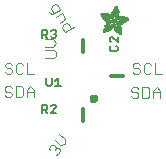
<source format=gbr>
G04 EAGLE Gerber RS-274X export*
G75*
%MOMM*%
%FSLAX34Y34*%
%LPD*%
%INSilkscreen Top*%
%IPPOS*%
%AMOC8*
5,1,8,0,0,1.08239X$1,22.5*%
G01*
%ADD10C,0.101600*%
%ADD11C,0.304800*%
%ADD12C,0.152400*%
%ADD13R,0.034300X0.003800*%
%ADD14R,0.057200X0.003800*%
%ADD15R,0.076200X0.003800*%
%ADD16R,0.091400X0.003800*%
%ADD17R,0.102900X0.003800*%
%ADD18R,0.114300X0.003900*%
%ADD19R,0.129500X0.003800*%
%ADD20R,0.137200X0.003800*%
%ADD21R,0.144800X0.003800*%
%ADD22R,0.152400X0.003800*%
%ADD23R,0.160000X0.003800*%
%ADD24R,0.171500X0.003800*%
%ADD25R,0.175300X0.003800*%
%ADD26R,0.182900X0.003800*%
%ADD27R,0.190500X0.003800*%
%ADD28R,0.194300X0.003900*%
%ADD29R,0.201900X0.003800*%
%ADD30R,0.209500X0.003800*%
%ADD31R,0.213400X0.003800*%
%ADD32R,0.221000X0.003800*%
%ADD33R,0.224800X0.003800*%
%ADD34R,0.232400X0.003800*%
%ADD35R,0.240000X0.003800*%
%ADD36R,0.243800X0.003800*%
%ADD37R,0.247600X0.003800*%
%ADD38R,0.255300X0.003900*%
%ADD39R,0.259100X0.003800*%
%ADD40R,0.262900X0.003800*%
%ADD41R,0.270500X0.003800*%
%ADD42R,0.274300X0.003800*%
%ADD43R,0.281900X0.003800*%
%ADD44R,0.285700X0.003800*%
%ADD45R,0.289500X0.003800*%
%ADD46R,0.297200X0.003800*%
%ADD47R,0.301000X0.003800*%
%ADD48R,0.304800X0.003900*%
%ADD49R,0.312400X0.003800*%
%ADD50R,0.316200X0.003800*%
%ADD51R,0.320000X0.003800*%
%ADD52R,0.327600X0.003800*%
%ADD53R,0.331500X0.003800*%
%ADD54R,0.339100X0.003800*%
%ADD55R,0.342900X0.003800*%
%ADD56R,0.346700X0.003800*%
%ADD57R,0.354300X0.003800*%
%ADD58R,0.358100X0.003900*%
%ADD59R,0.361900X0.003800*%
%ADD60R,0.369600X0.003800*%
%ADD61R,0.373400X0.003800*%
%ADD62R,0.377200X0.003800*%
%ADD63R,0.384800X0.003800*%
%ADD64R,0.388600X0.003800*%
%ADD65R,0.396200X0.003800*%
%ADD66R,0.400000X0.003800*%
%ADD67R,0.403800X0.003800*%
%ADD68R,0.411500X0.003900*%
%ADD69R,0.415300X0.003800*%
%ADD70R,0.419100X0.003800*%
%ADD71R,0.045700X0.003800*%
%ADD72R,0.426700X0.003800*%
%ADD73R,0.072400X0.003800*%
%ADD74R,0.430500X0.003800*%
%ADD75R,0.095300X0.003800*%
%ADD76R,0.438100X0.003800*%
%ADD77R,0.110500X0.003800*%
%ADD78R,0.441900X0.003800*%
%ADD79R,0.445800X0.003800*%
%ADD80R,0.144700X0.003800*%
%ADD81R,0.453400X0.003800*%
%ADD82R,0.457200X0.003800*%
%ADD83R,0.175300X0.003900*%
%ADD84R,0.461000X0.003900*%
%ADD85R,0.468600X0.003800*%
%ADD86R,0.205800X0.003800*%
%ADD87R,0.472400X0.003800*%
%ADD88R,0.217200X0.003800*%
%ADD89R,0.476200X0.003800*%
%ADD90R,0.483900X0.003800*%
%ADD91R,0.247700X0.003800*%
%ADD92R,0.487700X0.003800*%
%ADD93R,0.495300X0.003800*%
%ADD94R,0.499100X0.003800*%
%ADD95R,0.502900X0.003800*%
%ADD96R,0.510500X0.003800*%
%ADD97R,0.308600X0.003900*%
%ADD98R,0.514300X0.003900*%
%ADD99R,0.323800X0.003800*%
%ADD100R,0.518100X0.003800*%
%ADD101R,0.335300X0.003800*%
%ADD102R,0.525800X0.003800*%
%ADD103R,0.529600X0.003800*%
%ADD104R,0.358100X0.003800*%
%ADD105R,0.533400X0.003800*%
%ADD106R,0.537200X0.003800*%
%ADD107R,0.381000X0.003800*%
%ADD108R,0.544800X0.003800*%
%ADD109R,0.392400X0.003800*%
%ADD110R,0.548600X0.003800*%
%ADD111R,0.552400X0.003800*%
%ADD112R,0.556200X0.003800*%
%ADD113R,0.422900X0.003900*%
%ADD114R,0.560100X0.003900*%
%ADD115R,0.434300X0.003800*%
%ADD116R,0.563900X0.003800*%
%ADD117R,0.567700X0.003800*%
%ADD118R,0.461000X0.003800*%
%ADD119R,0.571500X0.003800*%
%ADD120R,0.575300X0.003800*%
%ADD121R,0.480100X0.003800*%
%ADD122R,0.579100X0.003800*%
%ADD123R,0.491500X0.003800*%
%ADD124R,0.582900X0.003800*%
%ADD125R,0.586700X0.003800*%
%ADD126R,0.510600X0.003800*%
%ADD127R,0.590500X0.003800*%
%ADD128R,0.522000X0.003800*%
%ADD129R,0.594300X0.003800*%
%ADD130R,0.533400X0.003900*%
%ADD131R,0.598200X0.003900*%
%ADD132R,0.541000X0.003800*%
%ADD133R,0.602000X0.003800*%
%ADD134R,0.552500X0.003800*%
%ADD135R,0.605800X0.003800*%
%ADD136R,0.560100X0.003800*%
%ADD137R,0.609600X0.003800*%
%ADD138R,0.613400X0.003800*%
%ADD139R,0.583000X0.003800*%
%ADD140R,0.617200X0.003800*%
%ADD141R,0.594400X0.003800*%
%ADD142R,0.621000X0.003800*%
%ADD143R,0.598200X0.003800*%
%ADD144R,0.624800X0.003800*%
%ADD145R,0.613500X0.003900*%
%ADD146R,0.628600X0.003900*%
%ADD147R,0.632400X0.003800*%
%ADD148R,0.628600X0.003800*%
%ADD149R,0.636300X0.003800*%
%ADD150R,0.640100X0.003800*%
%ADD151R,0.636200X0.003800*%
%ADD152R,0.643900X0.003800*%
%ADD153R,0.647700X0.003800*%
%ADD154R,0.651500X0.003800*%
%ADD155R,0.659100X0.003800*%
%ADD156R,0.659100X0.003900*%
%ADD157R,0.655300X0.003900*%
%ADD158R,0.662900X0.003800*%
%ADD159R,0.655300X0.003800*%
%ADD160R,0.670500X0.003800*%
%ADD161R,0.670600X0.003800*%
%ADD162R,0.674400X0.003800*%
%ADD163R,0.682000X0.003800*%
%ADD164R,0.666700X0.003800*%
%ADD165R,0.685800X0.003800*%
%ADD166R,0.689600X0.003800*%
%ADD167R,0.693400X0.003900*%
%ADD168R,0.674400X0.003900*%
%ADD169R,0.697200X0.003800*%
%ADD170R,0.678200X0.003800*%
%ADD171R,0.697300X0.003800*%
%ADD172R,0.701100X0.003800*%
%ADD173R,0.704900X0.003800*%
%ADD174R,0.708700X0.003800*%
%ADD175R,0.712500X0.003800*%
%ADD176R,0.716300X0.003800*%
%ADD177R,0.720100X0.003900*%
%ADD178R,0.689600X0.003900*%
%ADD179R,0.720000X0.003800*%
%ADD180R,0.693400X0.003800*%
%ADD181R,0.723900X0.003800*%
%ADD182R,0.727700X0.003800*%
%ADD183R,0.731500X0.003800*%
%ADD184R,0.701000X0.003800*%
%ADD185R,0.735300X0.003800*%
%ADD186R,0.731500X0.003900*%
%ADD187R,0.701000X0.003900*%
%ADD188R,0.704800X0.003800*%
%ADD189R,0.739100X0.003800*%
%ADD190R,0.743000X0.003800*%
%ADD191R,0.739200X0.003800*%
%ADD192R,0.743000X0.003900*%
%ADD193R,0.704800X0.003900*%
%ADD194R,0.746800X0.003800*%
%ADD195R,0.746800X0.003900*%
%ADD196R,0.742900X0.003800*%
%ADD197R,0.746700X0.003800*%
%ADD198R,0.746700X0.003900*%
%ADD199R,1.428800X0.003800*%
%ADD200R,1.424900X0.003800*%
%ADD201R,1.421100X0.003900*%
%ADD202R,1.421100X0.003800*%
%ADD203R,1.417300X0.003800*%
%ADD204R,1.413500X0.003800*%
%ADD205R,1.409700X0.003800*%
%ADD206R,1.405900X0.003800*%
%ADD207R,1.402100X0.003800*%
%ADD208R,1.398300X0.003800*%
%ADD209R,0.983000X0.003900*%
%ADD210R,0.384800X0.003900*%
%ADD211R,0.971600X0.003800*%
%ADD212R,0.963900X0.003800*%
%ADD213R,0.956300X0.003800*%
%ADD214R,0.365800X0.003800*%
%ADD215R,0.952500X0.003800*%
%ADD216R,0.941000X0.003800*%
%ADD217R,0.358200X0.003800*%
%ADD218R,0.937200X0.003800*%
%ADD219R,0.933400X0.003800*%
%ADD220R,0.354400X0.003800*%
%ADD221R,0.925800X0.003800*%
%ADD222R,0.350500X0.003800*%
%ADD223R,0.922000X0.003800*%
%ADD224R,0.918200X0.003900*%
%ADD225R,0.346700X0.003900*%
%ADD226R,0.910600X0.003800*%
%ADD227R,0.906800X0.003800*%
%ADD228R,0.903000X0.003800*%
%ADD229R,0.339000X0.003800*%
%ADD230R,0.895300X0.003800*%
%ADD231R,0.335200X0.003800*%
%ADD232R,0.887700X0.003800*%
%ADD233R,0.883900X0.003800*%
%ADD234R,0.331400X0.003800*%
%ADD235R,0.880100X0.003800*%
%ADD236R,0.876300X0.003800*%
%ADD237R,0.468600X0.003900*%
%ADD238R,0.396200X0.003900*%
%ADD239R,0.323800X0.003900*%
%ADD240R,0.449600X0.003800*%
%ADD241R,0.323900X0.003800*%
%ADD242R,0.442000X0.003800*%
%ADD243R,0.434400X0.003800*%
%ADD244R,0.320100X0.003800*%
%ADD245R,0.316300X0.003800*%
%ADD246R,0.426800X0.003800*%
%ADD247R,0.327700X0.003800*%
%ADD248R,0.312500X0.003800*%
%ADD249R,0.422900X0.003800*%
%ADD250R,0.308600X0.003800*%
%ADD251R,0.293400X0.003800*%
%ADD252R,0.304800X0.003800*%
%ADD253R,0.419100X0.003900*%
%ADD254R,0.285700X0.003900*%
%ADD255R,0.301000X0.003900*%
%ADD256R,0.411500X0.003800*%
%ADD257R,0.407700X0.003800*%
%ADD258R,0.289600X0.003800*%
%ADD259R,0.285800X0.003800*%
%ADD260R,0.403900X0.003800*%
%ADD261R,0.228600X0.003800*%
%ADD262R,0.403900X0.003900*%
%ADD263R,0.221000X0.003900*%
%ADD264R,0.278100X0.003900*%
%ADD265R,0.400100X0.003800*%
%ADD266R,0.209600X0.003800*%
%ADD267R,0.266700X0.003800*%
%ADD268R,0.038100X0.003800*%
%ADD269R,0.194300X0.003800*%
%ADD270R,0.148600X0.003800*%
%ADD271R,0.259000X0.003800*%
%ADD272R,0.182800X0.003800*%
%ADD273R,0.186700X0.003800*%
%ADD274R,0.251400X0.003800*%
%ADD275R,0.179100X0.003800*%
%ADD276R,0.236200X0.003800*%
%ADD277R,0.243900X0.003900*%
%ADD278R,0.282000X0.003900*%
%ADD279R,0.167700X0.003800*%
%ADD280R,0.236300X0.003800*%
%ADD281R,0.396300X0.003800*%
%ADD282R,0.163900X0.003800*%
%ADD283R,0.392500X0.003800*%
%ADD284R,0.160100X0.003800*%
%ADD285R,0.586800X0.003800*%
%ADD286R,0.148500X0.003800*%
%ADD287R,0.140900X0.003800*%
%ADD288R,0.392400X0.003900*%
%ADD289R,0.140900X0.003900*%
%ADD290R,0.647700X0.003900*%
%ADD291R,0.133300X0.003800*%
%ADD292R,0.674300X0.003800*%
%ADD293R,0.388700X0.003800*%
%ADD294R,0.125700X0.003800*%
%ADD295R,0.121900X0.003800*%
%ADD296R,0.720100X0.003800*%
%ADD297R,0.118100X0.003800*%
%ADD298R,0.118100X0.003900*%
%ADD299R,0.739100X0.003900*%
%ADD300R,0.114300X0.003800*%
%ADD301R,0.754400X0.003800*%
%ADD302R,0.765800X0.003800*%
%ADD303R,0.773400X0.003800*%
%ADD304R,0.784800X0.003800*%
%ADD305R,0.118200X0.003800*%
%ADD306R,0.792500X0.003800*%
%ADD307R,0.803900X0.003800*%
%ADD308R,0.122000X0.003800*%
%ADD309R,0.815400X0.003800*%
%ADD310R,0.125800X0.003800*%
%ADD311R,0.826800X0.003800*%
%ADD312R,0.369500X0.003900*%
%ADD313R,0.133400X0.003900*%
%ADD314R,0.842000X0.003900*%
%ADD315R,0.365700X0.003800*%
%ADD316R,1.009700X0.003800*%
%ADD317R,1.013500X0.003800*%
%ADD318R,0.362000X0.003800*%
%ADD319R,1.024900X0.003800*%
%ADD320R,1.028700X0.003800*%
%ADD321R,1.036300X0.003800*%
%ADD322R,1.047800X0.003800*%
%ADD323R,1.055400X0.003800*%
%ADD324R,1.070600X0.003800*%
%ADD325R,0.030500X0.003800*%
%ADD326R,1.436400X0.003800*%
%ADD327R,1.562100X0.003900*%
%ADD328R,1.588700X0.003800*%
%ADD329R,1.607800X0.003800*%
%ADD330R,1.626900X0.003800*%
%ADD331R,1.642100X0.003800*%
%ADD332R,1.657400X0.003800*%
%ADD333R,1.676400X0.003800*%
%ADD334R,1.687800X0.003800*%
%ADD335R,1.703000X0.003800*%
%ADD336R,1.714500X0.003800*%
%ADD337R,1.726000X0.003900*%
%ADD338R,1.741200X0.003800*%
%ADD339R,0.914400X0.003800*%
%ADD340R,0.769600X0.003800*%
%ADD341R,0.884000X0.003800*%
%ADD342R,0.712400X0.003800*%
%ADD343R,0.880100X0.003900*%
%ADD344R,0.887800X0.003800*%
%ADD345R,0.891600X0.003800*%
%ADD346R,0.895400X0.003800*%
%ADD347R,0.251500X0.003800*%
%ADD348R,0.579200X0.003900*%
%ADD349R,0.243900X0.003800*%
%ADD350R,0.556300X0.003800*%
%ADD351R,0.255200X0.003800*%
%ADD352R,0.529500X0.003800*%
%ADD353R,0.731600X0.003800*%
%ADD354R,0.525800X0.003900*%
%ADD355R,0.281900X0.003900*%
%ADD356R,0.735400X0.003900*%
%ADD357R,0.300900X0.003800*%
%ADD358R,0.762000X0.003800*%
%ADD359R,0.518200X0.003800*%
%ADD360R,0.350600X0.003800*%
%ADD361R,0.796300X0.003800*%
%ADD362R,0.807800X0.003800*%
%ADD363R,0.506700X0.003800*%
%ADD364R,0.849600X0.003800*%
%ADD365R,0.506700X0.003900*%
%ADD366R,1.371600X0.003900*%
%ADD367R,1.207800X0.003800*%
%ADD368R,0.503000X0.003800*%
%ADD369R,0.141000X0.003800*%
%ADD370R,1.203900X0.003800*%
%ADD371R,1.204000X0.003800*%
%ADD372R,1.200200X0.003800*%
%ADD373R,0.499100X0.003900*%
%ADD374R,0.156200X0.003900*%
%ADD375R,1.196400X0.003900*%
%ADD376R,1.196400X0.003800*%
%ADD377R,0.163800X0.003800*%
%ADD378R,0.167600X0.003800*%
%ADD379R,1.192500X0.003800*%
%ADD380R,0.499200X0.003800*%
%ADD381R,1.188700X0.003800*%
%ADD382R,0.506800X0.003800*%
%ADD383R,1.184900X0.003800*%
%ADD384R,0.510600X0.003900*%
%ADD385R,0.209600X0.003900*%
%ADD386R,1.181100X0.003900*%
%ADD387R,0.514400X0.003800*%
%ADD388R,1.181100X0.003800*%
%ADD389R,1.177300X0.003800*%
%ADD390R,0.240100X0.003800*%
%ADD391R,1.173500X0.003800*%
%ADD392R,1.169700X0.003800*%
%ADD393R,1.165900X0.003800*%
%ADD394R,1.162100X0.003800*%
%ADD395R,0.929700X0.003900*%
%ADD396R,1.162100X0.003900*%
%ADD397R,0.929700X0.003800*%
%ADD398R,1.154500X0.003800*%
%ADD399R,0.933500X0.003800*%
%ADD400R,1.150600X0.003800*%
%ADD401R,0.937300X0.003800*%
%ADD402R,1.146800X0.003800*%
%ADD403R,0.941100X0.003800*%
%ADD404R,1.139200X0.003800*%
%ADD405R,0.944900X0.003800*%
%ADD406R,1.135400X0.003800*%
%ADD407R,0.948700X0.003800*%
%ADD408R,1.127800X0.003800*%
%ADD409R,1.124000X0.003800*%
%ADD410R,1.116400X0.003800*%
%ADD411R,0.956300X0.003900*%
%ADD412R,1.104900X0.003900*%
%ADD413R,0.960100X0.003800*%
%ADD414R,1.093500X0.003800*%
%ADD415R,1.085900X0.003800*%
%ADD416R,0.967800X0.003800*%
%ADD417R,1.074500X0.003800*%
%ADD418R,1.063000X0.003800*%
%ADD419R,0.975400X0.003800*%
%ADD420R,1.036400X0.003800*%
%ADD421R,0.979200X0.003800*%
%ADD422R,1.021000X0.003800*%
%ADD423R,0.983000X0.003800*%
%ADD424R,1.009600X0.003800*%
%ADD425R,0.986800X0.003800*%
%ADD426R,0.998200X0.003800*%
%ADD427R,0.990600X0.003900*%
%ADD428R,0.986700X0.003900*%
%ADD429R,0.994400X0.003800*%
%ADD430R,0.975300X0.003800*%
%ADD431R,0.948600X0.003800*%
%ADD432R,1.002000X0.003800*%
%ADD433R,0.213300X0.003800*%
%ADD434R,0.217100X0.003800*%
%ADD435R,1.017300X0.003800*%
%ADD436R,0.666800X0.003800*%
%ADD437R,0.220900X0.003800*%
%ADD438R,1.028700X0.003900*%
%ADD439R,0.224700X0.003900*%
%ADD440R,1.032500X0.003800*%
%ADD441R,1.040100X0.003800*%
%ADD442R,1.043900X0.003800*%
%ADD443R,0.548700X0.003800*%
%ADD444R,1.051500X0.003800*%
%ADD445R,1.055300X0.003800*%
%ADD446R,1.059100X0.003800*%
%ADD447R,1.062900X0.003800*%
%ADD448R,0.255300X0.003800*%
%ADD449R,1.066800X0.003900*%
%ADD450R,0.259100X0.003900*%
%ADD451R,0.457200X0.003900*%
%ADD452R,0.423000X0.003800*%
%ADD453R,1.082100X0.003800*%
%ADD454R,0.274400X0.003800*%
%ADD455R,0.278200X0.003800*%
%ADD456R,1.101100X0.003800*%
%ADD457R,0.278100X0.003800*%
%ADD458R,0.876300X0.003900*%
%ADD459R,0.236200X0.003900*%
%ADD460R,0.289600X0.003900*%
%ADD461R,0.247700X0.003900*%
%ADD462R,0.049500X0.003800*%
%ADD463R,0.640100X0.003900*%
%ADD464R,0.659200X0.003800*%
%ADD465R,0.663000X0.003800*%
%ADD466R,0.872500X0.003900*%
%ADD467R,0.666800X0.003900*%
%ADD468R,0.872500X0.003800*%
%ADD469R,0.868700X0.003800*%
%ADD470R,0.864900X0.003800*%
%ADD471R,0.861100X0.003800*%
%ADD472R,0.857300X0.003800*%
%ADD473R,0.853400X0.003800*%
%ADD474R,0.845800X0.003800*%
%ADD475R,0.682000X0.003900*%
%ADD476R,0.842000X0.003800*%
%ADD477R,0.834400X0.003800*%
%ADD478R,0.823000X0.003800*%
%ADD479R,0.815300X0.003800*%
%ADD480R,0.811500X0.003800*%
%ADD481R,0.788700X0.003800*%
%ADD482R,0.777300X0.003900*%
%ADD483R,0.750600X0.003800*%
%ADD484R,0.735400X0.003800*%
%ADD485R,0.727800X0.003800*%
%ADD486R,0.628700X0.003800*%
%ADD487R,0.575400X0.003800*%
%ADD488R,0.670600X0.003900*%
%ADD489R,0.655400X0.003800*%
%ADD490R,0.651500X0.003900*%
%ADD491R,0.624800X0.003900*%
%ADD492R,0.594400X0.003900*%
%ADD493R,0.563900X0.003900*%
%ADD494R,0.541100X0.003800*%
%ADD495R,0.537300X0.003800*%
%ADD496R,0.525700X0.003800*%
%ADD497R,0.525700X0.003900*%
%ADD498R,0.514300X0.003800*%
%ADD499R,0.480100X0.003900*%
%ADD500R,0.464800X0.003800*%
%ADD501R,0.442000X0.003900*%
%ADD502R,0.438200X0.003800*%
%ADD503R,0.430600X0.003800*%
%ADD504R,0.407600X0.003800*%
%ADD505R,0.403800X0.003900*%
%ADD506R,0.365700X0.003900*%
%ADD507R,0.327700X0.003900*%
%ADD508R,0.243800X0.003900*%
%ADD509R,0.205800X0.003900*%
%ADD510R,0.198100X0.003800*%
%ADD511R,0.163800X0.003900*%
%ADD512R,0.137100X0.003800*%
%ADD513R,0.091500X0.003900*%
%ADD514R,0.060900X0.003800*%
%ADD515C,0.406400*%


D10*
X-27831Y-59252D02*
X-28206Y-57128D01*
X-26456Y-54629D01*
X-24332Y-54254D01*
X-23082Y-55129D01*
X-22708Y-57254D01*
X-23583Y-58503D01*
X-22708Y-57254D02*
X-20583Y-56879D01*
X-19334Y-57754D01*
X-18959Y-59878D01*
X-20709Y-62377D01*
X-22833Y-62752D01*
X-18717Y-54214D02*
X-23715Y-50714D01*
X-18717Y-54214D02*
X-14468Y-53464D01*
X-15217Y-49216D01*
X-20215Y-45716D01*
X-27572Y56731D02*
X-28334Y58052D01*
X-27572Y56731D02*
X-25488Y56173D01*
X-18883Y59986D01*
X-21171Y63949D01*
X-23255Y64507D01*
X-25897Y62982D01*
X-26455Y60899D01*
X-24167Y56936D01*
X-22540Y54118D02*
X-17256Y57168D01*
X-14968Y53205D01*
X-15527Y51122D01*
X-19489Y48834D01*
X-14812Y40732D02*
X-6886Y45308D01*
X-14812Y40732D02*
X-17100Y44695D01*
X-16542Y46778D01*
X-13900Y48304D01*
X-11816Y47745D01*
X-9528Y43783D01*
X46994Y14740D02*
X48519Y13215D01*
X46994Y14740D02*
X43943Y14740D01*
X42418Y13215D01*
X42418Y11689D01*
X43943Y10164D01*
X46994Y10164D01*
X48519Y8639D01*
X48519Y7113D01*
X46994Y5588D01*
X43943Y5588D01*
X42418Y7113D01*
X56349Y14740D02*
X57874Y13215D01*
X56349Y14740D02*
X53298Y14740D01*
X51773Y13215D01*
X51773Y7113D01*
X53298Y5588D01*
X56349Y5588D01*
X57874Y7113D01*
X61128Y5588D02*
X61128Y14740D01*
X61128Y5588D02*
X67230Y5588D01*
X47249Y-7106D02*
X45724Y-5580D01*
X42673Y-5580D01*
X41148Y-7106D01*
X41148Y-8631D01*
X42673Y-10156D01*
X45724Y-10156D01*
X47249Y-11681D01*
X47249Y-13207D01*
X45724Y-14732D01*
X42673Y-14732D01*
X41148Y-13207D01*
X50503Y-14732D02*
X50503Y-5580D01*
X50503Y-14732D02*
X55079Y-14732D01*
X56604Y-13207D01*
X56604Y-7106D01*
X55079Y-5580D01*
X50503Y-5580D01*
X59858Y-8631D02*
X59858Y-14732D01*
X59858Y-8631D02*
X62909Y-5580D01*
X65960Y-8631D01*
X65960Y-14732D01*
X65960Y-10156D02*
X59858Y-10156D01*
X-59601Y13509D02*
X-61126Y15035D01*
X-64177Y15035D01*
X-65702Y13509D01*
X-65702Y11984D01*
X-64177Y10459D01*
X-61126Y10459D01*
X-59601Y8933D01*
X-59601Y7408D01*
X-61126Y5883D01*
X-64177Y5883D01*
X-65702Y7408D01*
X-51771Y15035D02*
X-50246Y13509D01*
X-51771Y15035D02*
X-54822Y15035D01*
X-56347Y13509D01*
X-56347Y7408D01*
X-54822Y5883D01*
X-51771Y5883D01*
X-50246Y7408D01*
X-46992Y5883D02*
X-46992Y15035D01*
X-46992Y5883D02*
X-40891Y5883D01*
X-59941Y-6471D02*
X-61467Y-4945D01*
X-64517Y-4945D01*
X-66042Y-6471D01*
X-66042Y-7996D01*
X-64517Y-9521D01*
X-61467Y-9521D01*
X-59941Y-11046D01*
X-59941Y-12572D01*
X-61467Y-14097D01*
X-64517Y-14097D01*
X-66042Y-12572D01*
X-56687Y-14097D02*
X-56687Y-4945D01*
X-56687Y-14097D02*
X-52111Y-14097D01*
X-50586Y-12572D01*
X-50586Y-6471D01*
X-52111Y-4945D01*
X-56687Y-4945D01*
X-47332Y-7996D02*
X-47332Y-14097D01*
X-47332Y-7996D02*
X-44281Y-4945D01*
X-41231Y-7996D01*
X-41231Y-14097D01*
X-41231Y-9521D02*
X-47332Y-9521D01*
X-31545Y19388D02*
X-23918Y19388D01*
X-22393Y20913D01*
X-22393Y23964D01*
X-23918Y25489D01*
X-31545Y25489D01*
X-31545Y28743D02*
X-25443Y28743D01*
X-22393Y31794D01*
X-25443Y34844D01*
X-31545Y34844D01*
D11*
X0Y-24130D02*
X0Y-34290D01*
D12*
X-34163Y-27178D02*
X-34163Y-20568D01*
X-30858Y-20568D01*
X-29757Y-21670D01*
X-29757Y-23873D01*
X-30858Y-24975D01*
X-34163Y-24975D01*
X-31960Y-24975D02*
X-29757Y-27178D01*
X-26679Y-27178D02*
X-22272Y-27178D01*
X-22272Y-22772D02*
X-26679Y-27178D01*
X-22272Y-22772D02*
X-22272Y-21670D01*
X-23374Y-20568D01*
X-25577Y-20568D01*
X-26679Y-21670D01*
D11*
X0Y24130D02*
X0Y34290D01*
D12*
X-34163Y36322D02*
X-34163Y42932D01*
X-30858Y42932D01*
X-29757Y41830D01*
X-29757Y39627D01*
X-30858Y38525D01*
X-34163Y38525D01*
X-31960Y38525D02*
X-29757Y36322D01*
X-26679Y41830D02*
X-25577Y42932D01*
X-23374Y42932D01*
X-22272Y41830D01*
X-22272Y40728D01*
X-23374Y39627D01*
X-24476Y39627D01*
X-23374Y39627D02*
X-22272Y38525D01*
X-22272Y37424D01*
X-23374Y36322D01*
X-25577Y36322D01*
X-26679Y37424D01*
D13*
X32309Y38100D03*
D14*
X32309Y38138D03*
D15*
X32290Y38176D03*
D16*
X32290Y38214D03*
D17*
X32309Y38252D03*
D18*
X32290Y38291D03*
D19*
X32290Y38329D03*
D20*
X32290Y38367D03*
D21*
X32290Y38405D03*
D22*
X32252Y38443D03*
D23*
X32252Y38481D03*
D24*
X32233Y38519D03*
D25*
X32214Y38557D03*
D26*
X32214Y38595D03*
D27*
X32176Y38633D03*
D28*
X32157Y38672D03*
D29*
X32157Y38710D03*
D30*
X32119Y38748D03*
D31*
X32099Y38786D03*
D32*
X32061Y38824D03*
D33*
X32042Y38862D03*
D34*
X32042Y38900D03*
D35*
X32004Y38938D03*
D36*
X31985Y38976D03*
D37*
X31966Y39014D03*
D38*
X31928Y39053D03*
D39*
X31909Y39091D03*
D40*
X31890Y39129D03*
D41*
X31852Y39167D03*
D42*
X31833Y39205D03*
D43*
X31795Y39243D03*
D44*
X31776Y39281D03*
D45*
X31757Y39319D03*
D46*
X31718Y39357D03*
D47*
X31699Y39395D03*
D48*
X31680Y39434D03*
D49*
X31642Y39472D03*
D50*
X31623Y39510D03*
D51*
X31604Y39548D03*
D52*
X31566Y39586D03*
D53*
X31547Y39624D03*
D54*
X31509Y39662D03*
D55*
X31490Y39700D03*
D56*
X31471Y39738D03*
D57*
X31433Y39776D03*
D58*
X31414Y39815D03*
D59*
X31395Y39853D03*
D60*
X31356Y39891D03*
D61*
X31337Y39929D03*
D62*
X31318Y39967D03*
D63*
X31280Y40005D03*
D64*
X31261Y40043D03*
D65*
X31223Y40081D03*
D66*
X31204Y40119D03*
D67*
X31185Y40157D03*
D68*
X31147Y40196D03*
D69*
X31128Y40234D03*
D70*
X31109Y40272D03*
D71*
X18346Y40310D03*
D72*
X31071Y40310D03*
D73*
X18364Y40348D03*
D74*
X31052Y40348D03*
D75*
X18403Y40386D03*
D76*
X31014Y40386D03*
D77*
X18441Y40424D03*
D78*
X30995Y40424D03*
D19*
X18460Y40462D03*
D79*
X30975Y40462D03*
D80*
X18498Y40500D03*
D81*
X30937Y40500D03*
D23*
X18536Y40538D03*
D82*
X30918Y40538D03*
D83*
X18574Y40577D03*
D84*
X30899Y40577D03*
D27*
X18612Y40615D03*
D85*
X30861Y40615D03*
D86*
X18650Y40653D03*
D87*
X30842Y40653D03*
D88*
X18707Y40691D03*
D89*
X30823Y40691D03*
D34*
X18745Y40729D03*
D90*
X30785Y40729D03*
D91*
X18784Y40767D03*
D92*
X30766Y40767D03*
D39*
X18841Y40805D03*
D93*
X30728Y40805D03*
D42*
X18879Y40843D03*
D94*
X30709Y40843D03*
D44*
X18936Y40881D03*
D95*
X30690Y40881D03*
D46*
X18993Y40919D03*
D96*
X30652Y40919D03*
D97*
X19050Y40958D03*
D98*
X30633Y40958D03*
D99*
X19088Y40996D03*
D100*
X30614Y40996D03*
D101*
X19146Y41034D03*
D102*
X30575Y41034D03*
D56*
X19203Y41072D03*
D103*
X30556Y41072D03*
D104*
X19260Y41110D03*
D105*
X30537Y41110D03*
D60*
X19317Y41148D03*
D106*
X30518Y41148D03*
D107*
X19374Y41186D03*
D108*
X30480Y41186D03*
D109*
X19431Y41224D03*
D110*
X30461Y41224D03*
D67*
X19488Y41262D03*
D111*
X30442Y41262D03*
D69*
X19546Y41300D03*
D112*
X30423Y41300D03*
D113*
X19622Y41339D03*
D114*
X30404Y41339D03*
D115*
X19679Y41377D03*
D116*
X30385Y41377D03*
D79*
X19736Y41415D03*
D117*
X30366Y41415D03*
D118*
X19812Y41453D03*
D119*
X30347Y41453D03*
D87*
X19869Y41491D03*
D120*
X30328Y41491D03*
D121*
X19946Y41529D03*
D122*
X30309Y41529D03*
D123*
X20003Y41567D03*
D124*
X30290Y41567D03*
D95*
X20060Y41605D03*
D125*
X30271Y41605D03*
D126*
X20136Y41643D03*
D127*
X30252Y41643D03*
D128*
X20193Y41681D03*
D129*
X30233Y41681D03*
D130*
X20250Y41720D03*
D131*
X30213Y41720D03*
D132*
X20326Y41758D03*
D133*
X30194Y41758D03*
D134*
X20384Y41796D03*
D135*
X30175Y41796D03*
D136*
X20422Y41834D03*
D135*
X30175Y41834D03*
D119*
X20479Y41872D03*
D137*
X30156Y41872D03*
D120*
X20536Y41910D03*
D138*
X30137Y41910D03*
D139*
X20574Y41948D03*
D140*
X30118Y41948D03*
D141*
X20631Y41986D03*
D142*
X30099Y41986D03*
D143*
X20688Y42024D03*
D142*
X30099Y42024D03*
D135*
X20726Y42062D03*
D144*
X30080Y42062D03*
D145*
X20765Y42101D03*
D146*
X30061Y42101D03*
D138*
X20803Y42139D03*
D147*
X30042Y42139D03*
D142*
X20841Y42177D03*
D147*
X30042Y42177D03*
D148*
X20879Y42215D03*
D149*
X30023Y42215D03*
D147*
X20936Y42253D03*
D150*
X30004Y42253D03*
D151*
X20955Y42291D03*
D152*
X29985Y42291D03*
X20994Y42329D03*
X29985Y42329D03*
D153*
X21051Y42367D03*
X29966Y42367D03*
D154*
X21070Y42405D03*
X29947Y42405D03*
D155*
X21108Y42443D03*
D154*
X29947Y42443D03*
D156*
X21146Y42482D03*
D157*
X29928Y42482D03*
D158*
X21165Y42520D03*
D159*
X29928Y42520D03*
D160*
X21203Y42558D03*
D155*
X29909Y42558D03*
D161*
X21241Y42596D03*
D158*
X29890Y42596D03*
D162*
X21260Y42634D03*
D158*
X29890Y42634D03*
D163*
X21298Y42672D03*
D164*
X29871Y42672D03*
D163*
X21336Y42710D03*
D164*
X29871Y42710D03*
D165*
X21355Y42748D03*
D160*
X29852Y42748D03*
D166*
X21374Y42786D03*
D160*
X29852Y42786D03*
D166*
X21412Y42824D03*
D162*
X29832Y42824D03*
D167*
X21431Y42863D03*
D168*
X29832Y42863D03*
D169*
X21450Y42901D03*
D170*
X29813Y42901D03*
D171*
X21489Y42939D03*
D170*
X29813Y42939D03*
D172*
X21508Y42977D03*
D170*
X29813Y42977D03*
D173*
X21527Y43015D03*
D163*
X29794Y43015D03*
D173*
X21565Y43053D03*
D163*
X29794Y43053D03*
D174*
X21584Y43091D03*
D165*
X29775Y43091D03*
D175*
X21603Y43129D03*
D165*
X29775Y43129D03*
D175*
X21641Y43167D03*
D165*
X29775Y43167D03*
D176*
X21660Y43205D03*
D166*
X29756Y43205D03*
D177*
X21679Y43244D03*
D178*
X29756Y43244D03*
D179*
X21717Y43282D03*
D180*
X29737Y43282D03*
D181*
X21737Y43320D03*
D180*
X29737Y43320D03*
D181*
X21737Y43358D03*
D180*
X29737Y43358D03*
D181*
X21775Y43396D03*
D180*
X29737Y43396D03*
D182*
X21794Y43434D03*
D169*
X29718Y43434D03*
D183*
X21813Y43472D03*
D169*
X29718Y43472D03*
D182*
X21832Y43510D03*
D169*
X29718Y43510D03*
D183*
X21851Y43548D03*
D184*
X29699Y43548D03*
D185*
X21870Y43586D03*
D184*
X29699Y43586D03*
D186*
X21889Y43625D03*
D187*
X29699Y43625D03*
D185*
X21908Y43663D03*
D184*
X29699Y43663D03*
D185*
X21908Y43701D03*
D188*
X29680Y43701D03*
D185*
X21946Y43739D03*
D184*
X29661Y43739D03*
D189*
X21965Y43777D03*
D184*
X29661Y43777D03*
D189*
X21965Y43815D03*
D184*
X29661Y43815D03*
D189*
X22003Y43853D03*
D184*
X29661Y43853D03*
D189*
X22003Y43891D03*
D184*
X29661Y43891D03*
D190*
X22022Y43929D03*
D188*
X29642Y43929D03*
D191*
X22041Y43967D03*
D188*
X29642Y43967D03*
D192*
X22060Y44006D03*
D193*
X29642Y44006D03*
D190*
X22060Y44044D03*
D188*
X29642Y44044D03*
D190*
X22098Y44082D03*
D188*
X29642Y44082D03*
D190*
X22098Y44120D03*
D188*
X29642Y44120D03*
D190*
X22098Y44158D03*
D188*
X29642Y44158D03*
D190*
X22136Y44196D03*
D184*
X29623Y44196D03*
D190*
X22136Y44234D03*
D184*
X29623Y44234D03*
D194*
X22155Y44272D03*
D184*
X29623Y44272D03*
D190*
X22174Y44310D03*
D184*
X29623Y44310D03*
D190*
X22174Y44348D03*
D184*
X29623Y44348D03*
D195*
X22193Y44387D03*
D187*
X29623Y44387D03*
D196*
X22213Y44425D03*
D184*
X29623Y44425D03*
D196*
X22213Y44463D03*
D169*
X29604Y44463D03*
D197*
X22232Y44501D03*
D169*
X29604Y44501D03*
D196*
X22251Y44539D03*
D169*
X29604Y44539D03*
D196*
X22251Y44577D03*
D169*
X29604Y44577D03*
D196*
X22251Y44615D03*
D169*
X29604Y44615D03*
D197*
X22270Y44653D03*
D180*
X29585Y44653D03*
D196*
X22289Y44691D03*
D180*
X29585Y44691D03*
D196*
X22289Y44729D03*
D180*
X29585Y44729D03*
D198*
X22308Y44768D03*
D167*
X29585Y44768D03*
D196*
X22327Y44806D03*
D166*
X29566Y44806D03*
D196*
X22327Y44844D03*
D166*
X29566Y44844D03*
D197*
X22346Y44882D03*
D166*
X29566Y44882D03*
D196*
X22365Y44920D03*
D166*
X29566Y44920D03*
D196*
X22365Y44958D03*
D165*
X29547Y44958D03*
D196*
X22365Y44996D03*
D165*
X29547Y44996D03*
D199*
X25832Y45034D03*
X25832Y45072D03*
D200*
X25813Y45110D03*
D201*
X25832Y45149D03*
D202*
X25832Y45187D03*
D203*
X25813Y45225D03*
D204*
X25832Y45263D03*
X25832Y45301D03*
D205*
X25813Y45339D03*
D206*
X25832Y45377D03*
X25832Y45415D03*
D207*
X25813Y45453D03*
D208*
X25832Y45491D03*
D209*
X23755Y45530D03*
D210*
X30861Y45530D03*
D211*
X23698Y45568D03*
D62*
X30899Y45568D03*
D212*
X23699Y45606D03*
D61*
X30918Y45606D03*
D213*
X23661Y45644D03*
D214*
X30918Y45644D03*
D215*
X23642Y45682D03*
D214*
X30918Y45682D03*
D216*
X23622Y45720D03*
D217*
X30918Y45720D03*
D218*
X23603Y45758D03*
D217*
X30918Y45758D03*
D219*
X23584Y45796D03*
D220*
X30899Y45796D03*
D221*
X23584Y45834D03*
D222*
X30919Y45834D03*
D223*
X23565Y45872D03*
D56*
X30900Y45872D03*
D224*
X23546Y45911D03*
D225*
X30900Y45911D03*
D226*
X23546Y45949D03*
D55*
X30881Y45949D03*
D227*
X23527Y45987D03*
D55*
X30881Y45987D03*
D228*
X23508Y46025D03*
D229*
X30861Y46025D03*
D230*
X23508Y46063D03*
D229*
X30861Y46063D03*
D230*
X23508Y46101D03*
D231*
X30842Y46101D03*
D232*
X23508Y46139D03*
D231*
X30842Y46139D03*
D233*
X23489Y46177D03*
D234*
X30823Y46177D03*
D235*
X23470Y46215D03*
D52*
X30804Y46215D03*
D236*
X23489Y46253D03*
D52*
X30804Y46253D03*
D237*
X21450Y46292D03*
D238*
X25851Y46292D03*
D239*
X30785Y46292D03*
D240*
X21393Y46330D03*
D60*
X25946Y46330D03*
D241*
X30747Y46330D03*
D242*
X21355Y46368D03*
D104*
X26004Y46368D03*
D241*
X30747Y46368D03*
D243*
X21355Y46406D03*
D56*
X26023Y46406D03*
D244*
X30728Y46406D03*
D243*
X21355Y46444D03*
D101*
X26042Y46444D03*
D245*
X30709Y46444D03*
D246*
X21355Y46482D03*
D247*
X26080Y46482D03*
D248*
X30690Y46482D03*
D246*
X21355Y46520D03*
D245*
X26099Y46520D03*
D248*
X30690Y46520D03*
D249*
X21375Y46558D03*
D250*
X26137Y46558D03*
D248*
X30652Y46558D03*
D249*
X21375Y46596D03*
D47*
X26137Y46596D03*
D250*
X30632Y46596D03*
D70*
X21394Y46634D03*
D251*
X26175Y46634D03*
D252*
X30613Y46634D03*
D253*
X21394Y46673D03*
D254*
X26175Y46673D03*
D255*
X30594Y46673D03*
D69*
X21413Y46711D03*
D42*
X26194Y46711D03*
D47*
X30556Y46711D03*
D69*
X21413Y46749D03*
D41*
X26213Y46749D03*
D46*
X30537Y46749D03*
D256*
X21432Y46787D03*
D40*
X26213Y46787D03*
D251*
X30518Y46787D03*
D256*
X21432Y46825D03*
D39*
X26232Y46825D03*
D251*
X30480Y46825D03*
D257*
X21451Y46863D03*
D37*
X26251Y46863D03*
D258*
X30461Y46863D03*
D257*
X21489Y46901D03*
D36*
X26270Y46901D03*
D259*
X30442Y46901D03*
D257*
X21489Y46939D03*
D35*
X26289Y46939D03*
D259*
X30404Y46939D03*
D260*
X21508Y46977D03*
D34*
X26289Y46977D03*
D43*
X30385Y46977D03*
D257*
X21527Y47015D03*
D261*
X26308Y47015D03*
D43*
X30347Y47015D03*
D262*
X21546Y47054D03*
D263*
X26308Y47054D03*
D264*
X30328Y47054D03*
D265*
X21565Y47092D03*
D88*
X26327Y47092D03*
D41*
X30290Y47092D03*
D260*
X21584Y47130D03*
D266*
X26327Y47130D03*
D41*
X30252Y47130D03*
D265*
X21603Y47168D03*
D86*
X26346Y47168D03*
D267*
X30233Y47168D03*
D268*
X32709Y47168D03*
D66*
X21641Y47206D03*
D29*
X26366Y47206D03*
D40*
X30176Y47206D03*
D77*
X32728Y47206D03*
D66*
X21641Y47244D03*
D269*
X26366Y47244D03*
D39*
X30157Y47244D03*
D270*
X32728Y47244D03*
D66*
X21679Y47282D03*
D27*
X26385Y47282D03*
D271*
X30118Y47282D03*
D272*
X32747Y47282D03*
D65*
X21698Y47320D03*
D273*
X26404Y47320D03*
D274*
X30080Y47320D03*
D31*
X32747Y47320D03*
D65*
X21736Y47358D03*
D275*
X26404Y47358D03*
D274*
X30042Y47358D03*
D276*
X32747Y47358D03*
D66*
X21755Y47396D03*
D275*
X26404Y47396D03*
D36*
X30004Y47396D03*
D271*
X32747Y47396D03*
D238*
X21774Y47435D03*
D83*
X26423Y47435D03*
D277*
X29966Y47435D03*
D278*
X32747Y47435D03*
D65*
X21812Y47473D03*
D279*
X26423Y47473D03*
D280*
X29928Y47473D03*
D47*
X32766Y47473D03*
D281*
X21851Y47511D03*
D282*
X26442Y47511D03*
D280*
X29890Y47511D03*
D51*
X32747Y47511D03*
D283*
X21870Y47549D03*
D284*
X26461Y47549D03*
D261*
X29851Y47549D03*
D55*
X32747Y47549D03*
D281*
X21889Y47587D03*
D284*
X26461Y47587D03*
D285*
X31604Y47587D03*
D281*
X21927Y47625D03*
D22*
X26460Y47625D03*
D143*
X31623Y47625D03*
D283*
X21946Y47663D03*
D286*
X26480Y47663D03*
D135*
X31661Y47663D03*
D109*
X21984Y47701D03*
D286*
X26480Y47701D03*
D142*
X31699Y47701D03*
D109*
X22022Y47739D03*
D80*
X26499Y47739D03*
D144*
X31718Y47739D03*
D109*
X22060Y47777D03*
D287*
X26518Y47777D03*
D149*
X31738Y47777D03*
D288*
X22098Y47816D03*
D289*
X26518Y47816D03*
D290*
X31757Y47816D03*
D64*
X22117Y47854D03*
D291*
X26518Y47854D03*
D159*
X31795Y47854D03*
D64*
X22155Y47892D03*
D291*
X26518Y47892D03*
D164*
X31814Y47892D03*
D64*
X22193Y47930D03*
D19*
X26537Y47930D03*
D292*
X31814Y47930D03*
D64*
X22231Y47968D03*
D19*
X26537Y47968D03*
D165*
X31833Y47968D03*
D293*
X22270Y48006D03*
D294*
X26556Y48006D03*
D180*
X31871Y48006D03*
D293*
X22308Y48044D03*
D294*
X26556Y48044D03*
D172*
X31871Y48044D03*
D64*
X22346Y48082D03*
D295*
X26575Y48082D03*
D175*
X31890Y48082D03*
D63*
X22403Y48120D03*
D295*
X26575Y48120D03*
D296*
X31890Y48120D03*
D63*
X22441Y48158D03*
D297*
X26594Y48158D03*
D182*
X31890Y48158D03*
D210*
X22479Y48197D03*
D298*
X26594Y48197D03*
D299*
X31909Y48197D03*
D63*
X22517Y48235D03*
D300*
X26613Y48235D03*
D194*
X31909Y48235D03*
D107*
X22574Y48273D03*
D297*
X26632Y48273D03*
D301*
X31909Y48273D03*
D107*
X22612Y48311D03*
D297*
X26632Y48311D03*
D302*
X31928Y48311D03*
D107*
X22689Y48349D03*
D297*
X26632Y48349D03*
D303*
X31928Y48349D03*
D107*
X22727Y48387D03*
D300*
X26651Y48387D03*
D304*
X31947Y48387D03*
D62*
X22784Y48425D03*
D305*
X26670Y48425D03*
D306*
X31947Y48425D03*
D61*
X22841Y48463D03*
D305*
X26670Y48463D03*
D307*
X31928Y48463D03*
D61*
X22917Y48501D03*
D308*
X26689Y48501D03*
D309*
X31947Y48501D03*
D61*
X22955Y48539D03*
D310*
X26708Y48539D03*
D311*
X31928Y48539D03*
D312*
X23051Y48578D03*
D313*
X26746Y48578D03*
D314*
X31928Y48578D03*
D315*
X23108Y48616D03*
D316*
X31128Y48616D03*
D214*
X23184Y48654D03*
D317*
X31147Y48654D03*
D318*
X23279Y48692D03*
D319*
X31166Y48692D03*
D104*
X23375Y48730D03*
D320*
X31185Y48730D03*
D57*
X23470Y48768D03*
D321*
X31185Y48768D03*
D222*
X23565Y48806D03*
D322*
X31204Y48806D03*
D56*
X23699Y48844D03*
D323*
X31204Y48844D03*
D56*
X23813Y48882D03*
D324*
X31204Y48882D03*
D325*
X21584Y48920D03*
D326*
X29413Y48920D03*
D327*
X28823Y48959D03*
D328*
X28766Y48997D03*
D329*
X28708Y49035D03*
D330*
X28690Y49073D03*
D331*
X28652Y49111D03*
D332*
X28613Y49149D03*
D333*
X28594Y49187D03*
D334*
X28575Y49225D03*
D335*
X28575Y49263D03*
D336*
X28556Y49301D03*
D337*
X28537Y49340D03*
D338*
X28537Y49378D03*
D339*
X24327Y49416D03*
D340*
X33433Y49416D03*
D230*
X24156Y49454D03*
D190*
X33604Y49454D03*
D233*
X24061Y49492D03*
D183*
X33738Y49492D03*
D341*
X23984Y49530D03*
D296*
X33833Y49530D03*
D233*
X23908Y49568D03*
D342*
X33947Y49568D03*
D235*
X23851Y49606D03*
D173*
X34024Y49606D03*
D235*
X23775Y49644D03*
D171*
X34100Y49644D03*
D235*
X23737Y49682D03*
D169*
X34176Y49682D03*
D343*
X23699Y49721D03*
D167*
X34233Y49721D03*
D344*
X23660Y49759D03*
D166*
X34328Y49759D03*
D344*
X23622Y49797D03*
D166*
X34366Y49797D03*
D345*
X23603Y49835D03*
D165*
X34423Y49835D03*
D346*
X23584Y49873D03*
D165*
X34500Y49873D03*
D228*
X23546Y49911D03*
D165*
X34538Y49911D03*
D227*
X23527Y49949D03*
D163*
X34595Y49949D03*
D226*
X23508Y49987D03*
D165*
X34652Y49987D03*
D137*
X21965Y50025D03*
D40*
X26747Y50025D03*
D165*
X34690Y50025D03*
D127*
X21832Y50063D03*
D347*
X26842Y50063D03*
D166*
X34747Y50063D03*
D348*
X21736Y50102D03*
D277*
X26880Y50102D03*
D178*
X34785Y50102D03*
D117*
X21641Y50140D03*
D349*
X26918Y50140D03*
D180*
X34804Y50140D03*
D116*
X21584Y50178D03*
D36*
X26956Y50178D03*
D171*
X34862Y50178D03*
D136*
X21489Y50216D03*
D37*
X26975Y50216D03*
D171*
X34900Y50216D03*
D350*
X21432Y50254D03*
D37*
X27013Y50254D03*
D173*
X34938Y50254D03*
D110*
X21355Y50292D03*
D274*
X27032Y50292D03*
D174*
X34957Y50292D03*
D132*
X21317Y50330D03*
D351*
X27051Y50330D03*
D175*
X34976Y50330D03*
D106*
X21260Y50368D03*
D40*
X27090Y50368D03*
D296*
X35014Y50368D03*
D105*
X21203Y50406D03*
D267*
X27109Y50406D03*
D181*
X35033Y50406D03*
D352*
X21146Y50444D03*
D42*
X27147Y50444D03*
D353*
X35071Y50444D03*
D354*
X21088Y50483D03*
D355*
X27185Y50483D03*
D356*
X35090Y50483D03*
D102*
X21050Y50521D03*
D45*
X27223Y50521D03*
D190*
X35090Y50521D03*
D128*
X20993Y50559D03*
D357*
X27242Y50559D03*
D301*
X35109Y50559D03*
D128*
X20955Y50597D03*
D250*
X27280Y50597D03*
D358*
X35109Y50597D03*
D359*
X20898Y50635D03*
D241*
X27318Y50635D03*
D340*
X35109Y50635D03*
D359*
X20860Y50673D03*
D101*
X27375Y50673D03*
D304*
X35109Y50673D03*
D96*
X20822Y50711D03*
D360*
X27413Y50711D03*
D361*
X35091Y50711D03*
D96*
X20784Y50749D03*
D60*
X27470Y50749D03*
D362*
X35071Y50749D03*
D363*
X20727Y50787D03*
D64*
X27565Y50787D03*
D311*
X35052Y50787D03*
D363*
X20689Y50825D03*
D69*
X27661Y50825D03*
D364*
X34976Y50825D03*
D365*
X20651Y50864D03*
D366*
X32404Y50864D03*
D95*
X20632Y50902D03*
D21*
X26232Y50902D03*
D367*
X33261Y50902D03*
D368*
X20593Y50940D03*
D369*
X26175Y50940D03*
D370*
X33319Y50940D03*
D368*
X20555Y50978D03*
D287*
X26137Y50978D03*
D370*
X33357Y50978D03*
D94*
X20536Y51016D03*
D287*
X26099Y51016D03*
D370*
X33395Y51016D03*
D94*
X20498Y51054D03*
D80*
X26080Y51054D03*
D371*
X33433Y51054D03*
D94*
X20460Y51092D03*
D21*
X26041Y51092D03*
D372*
X33452Y51092D03*
D94*
X20422Y51130D03*
D21*
X26003Y51130D03*
D372*
X33490Y51130D03*
D93*
X20403Y51168D03*
D270*
X25984Y51168D03*
D372*
X33528Y51168D03*
D93*
X20365Y51206D03*
D22*
X25927Y51206D03*
D372*
X33528Y51206D03*
D373*
X20346Y51245D03*
D374*
X25908Y51245D03*
D375*
X33547Y51245D03*
D94*
X20308Y51283D03*
D23*
X25889Y51283D03*
D376*
X33585Y51283D03*
D93*
X20289Y51321D03*
D377*
X25832Y51321D03*
D376*
X33585Y51321D03*
D94*
X20270Y51359D03*
D378*
X25813Y51359D03*
D379*
X33605Y51359D03*
D94*
X20232Y51397D03*
D25*
X25775Y51397D03*
D379*
X33605Y51397D03*
D368*
X20212Y51435D03*
D275*
X25756Y51435D03*
D379*
X33643Y51435D03*
D380*
X20193Y51473D03*
D26*
X25699Y51473D03*
D379*
X33643Y51473D03*
D368*
X20174Y51511D03*
D27*
X25661Y51511D03*
D381*
X33662Y51511D03*
D382*
X20155Y51549D03*
D269*
X25642Y51549D03*
D381*
X33662Y51549D03*
D382*
X20155Y51587D03*
D29*
X25604Y51587D03*
D383*
X33681Y51587D03*
D384*
X20136Y51626D03*
D385*
X25565Y51626D03*
D386*
X33662Y51626D03*
D387*
X20117Y51664D03*
D31*
X25508Y51664D03*
D388*
X33662Y51664D03*
D359*
X20098Y51702D03*
D32*
X25470Y51702D03*
D389*
X33681Y51702D03*
D359*
X20098Y51740D03*
D34*
X25413Y51740D03*
D389*
X33681Y51740D03*
D102*
X20098Y51778D03*
D390*
X25375Y51778D03*
D391*
X33700Y51778D03*
D103*
X20079Y51816D03*
D347*
X25318Y51816D03*
D391*
X33700Y51816D03*
D106*
X20079Y51854D03*
D40*
X25261Y51854D03*
D392*
X33681Y51854D03*
D132*
X20098Y51892D03*
D42*
X25204Y51892D03*
D393*
X33700Y51892D03*
D111*
X20117Y51930D03*
D258*
X25127Y51930D03*
D393*
X33700Y51930D03*
D119*
X20174Y51968D03*
D49*
X25013Y51968D03*
D394*
X33681Y51968D03*
D395*
X21927Y52007D03*
D396*
X33681Y52007D03*
D397*
X21927Y52045D03*
D398*
X33681Y52045D03*
D399*
X21908Y52083D03*
D400*
X33661Y52083D03*
D401*
X21889Y52121D03*
D400*
X33661Y52121D03*
D401*
X21889Y52159D03*
D402*
X33642Y52159D03*
D403*
X21870Y52197D03*
D404*
X33642Y52197D03*
D405*
X21851Y52235D03*
D406*
X33623Y52235D03*
D407*
X21832Y52273D03*
D408*
X33585Y52273D03*
D407*
X21832Y52311D03*
D409*
X33566Y52311D03*
D215*
X21813Y52349D03*
D410*
X33528Y52349D03*
D411*
X21794Y52388D03*
D412*
X33509Y52388D03*
D413*
X21775Y52426D03*
D414*
X33452Y52426D03*
D413*
X21775Y52464D03*
D415*
X33414Y52464D03*
D416*
X21774Y52502D03*
D417*
X33357Y52502D03*
D211*
X21755Y52540D03*
D418*
X33299Y52540D03*
D419*
X21736Y52578D03*
D322*
X33223Y52578D03*
D419*
X21736Y52616D03*
D420*
X33166Y52616D03*
D421*
X21717Y52654D03*
D422*
X33128Y52654D03*
D423*
X21698Y52692D03*
D424*
X33071Y52692D03*
D425*
X21679Y52730D03*
D426*
X33014Y52730D03*
D427*
X21698Y52769D03*
D428*
X32957Y52769D03*
D429*
X21679Y52807D03*
D430*
X32900Y52807D03*
D426*
X21660Y52845D03*
D212*
X32843Y52845D03*
D426*
X21660Y52883D03*
D431*
X32766Y52883D03*
D432*
X21641Y52921D03*
D218*
X32709Y52921D03*
D424*
X21641Y52959D03*
D30*
X29071Y52959D03*
D175*
X33719Y52959D03*
D317*
X21622Y52997D03*
D433*
X29090Y52997D03*
D171*
X33681Y52997D03*
D317*
X21622Y53035D03*
D434*
X29109Y53035D03*
D163*
X33642Y53035D03*
D435*
X21603Y53073D03*
D434*
X29109Y53073D03*
D436*
X33604Y53073D03*
D319*
X21603Y53111D03*
D437*
X29128Y53111D03*
D153*
X33586Y53111D03*
D438*
X21584Y53150D03*
D439*
X29147Y53150D03*
D146*
X33528Y53150D03*
D320*
X21584Y53188D03*
D261*
X29166Y53188D03*
D138*
X33490Y53188D03*
D440*
X21565Y53226D03*
D34*
X29185Y53226D03*
D143*
X33452Y53226D03*
D441*
X21565Y53264D03*
D34*
X29185Y53264D03*
D122*
X33433Y53264D03*
D442*
X21546Y53302D03*
D276*
X29204Y53302D03*
D116*
X33395Y53302D03*
D442*
X21546Y53340D03*
D35*
X29223Y53340D03*
D443*
X33357Y53340D03*
D444*
X21546Y53378D03*
D36*
X29242Y53378D03*
D352*
X33338Y53378D03*
D445*
X21527Y53416D03*
D36*
X29242Y53416D03*
D96*
X33281Y53416D03*
D446*
X21546Y53454D03*
D37*
X29261Y53454D03*
D123*
X33262Y53454D03*
D447*
X21527Y53492D03*
D448*
X29261Y53492D03*
D89*
X33223Y53492D03*
D449*
X21507Y53531D03*
D450*
X29280Y53531D03*
D451*
X33204Y53531D03*
D417*
X21508Y53569D03*
D39*
X29280Y53569D03*
D242*
X33166Y53569D03*
D417*
X21508Y53607D03*
D40*
X29299Y53607D03*
D452*
X33147Y53607D03*
D453*
X21508Y53645D03*
D267*
X29318Y53645D03*
D67*
X33128Y53645D03*
D415*
X21489Y53683D03*
D267*
X29318Y53683D03*
D63*
X33109Y53683D03*
D414*
X21489Y53721D03*
D454*
X29318Y53721D03*
D318*
X33071Y53721D03*
D414*
X21489Y53759D03*
D455*
X29337Y53759D03*
D55*
X33052Y53759D03*
D456*
X21489Y53797D03*
D455*
X29337Y53797D03*
D51*
X33052Y53797D03*
D236*
X20327Y53835D03*
D33*
X25870Y53835D03*
D259*
X29337Y53835D03*
D47*
X33033Y53835D03*
D236*
X20289Y53873D03*
D34*
X25870Y53873D03*
D259*
X29337Y53873D03*
D457*
X33033Y53873D03*
D458*
X20289Y53912D03*
D459*
X25889Y53912D03*
D460*
X29356Y53912D03*
D461*
X33033Y53912D03*
D236*
X20251Y53950D03*
D35*
X25870Y53950D03*
D251*
X29337Y53950D03*
D434*
X32995Y53950D03*
D236*
X20213Y53988D03*
D36*
X25889Y53988D03*
D46*
X29356Y53988D03*
D275*
X32995Y53988D03*
D236*
X20213Y54026D03*
D37*
X25908Y54026D03*
D47*
X29337Y54026D03*
D19*
X32976Y54026D03*
D236*
X20174Y54064D03*
D351*
X25908Y54064D03*
D252*
X29356Y54064D03*
D462*
X32957Y54064D03*
D236*
X20136Y54102D03*
D271*
X25927Y54102D03*
D250*
X29337Y54102D03*
D235*
X20117Y54140D03*
D40*
X25947Y54140D03*
D50*
X29337Y54140D03*
D236*
X20098Y54178D03*
D41*
X25947Y54178D03*
D51*
X29318Y54178D03*
D236*
X20060Y54216D03*
D457*
X25985Y54216D03*
D52*
X29318Y54216D03*
D235*
X20041Y54254D03*
D150*
X27756Y54254D03*
D343*
X20003Y54293D03*
D463*
X27756Y54293D03*
D236*
X19984Y54331D03*
D152*
X27775Y54331D03*
D236*
X19946Y54369D03*
D153*
X27756Y54369D03*
D235*
X19927Y54407D03*
D154*
X27775Y54407D03*
D236*
X19908Y54445D03*
D154*
X27775Y54445D03*
D236*
X19870Y54483D03*
D159*
X27756Y54483D03*
D236*
X19832Y54521D03*
D464*
X27775Y54521D03*
D236*
X19832Y54559D03*
D464*
X27775Y54559D03*
D236*
X19793Y54597D03*
D464*
X27775Y54597D03*
D236*
X19755Y54635D03*
D465*
X27756Y54635D03*
D466*
X19736Y54674D03*
D467*
X27775Y54674D03*
D468*
X19698Y54712D03*
D436*
X27775Y54712D03*
D469*
X19679Y54750D03*
D161*
X27756Y54750D03*
D469*
X19641Y54788D03*
D161*
X27756Y54788D03*
D470*
X19622Y54826D03*
D162*
X27775Y54826D03*
D471*
X19603Y54864D03*
D162*
X27775Y54864D03*
D471*
X19565Y54902D03*
D162*
X27775Y54902D03*
D472*
X19546Y54940D03*
D170*
X27756Y54940D03*
D473*
X19526Y54978D03*
D170*
X27756Y54978D03*
D474*
X19488Y55016D03*
D163*
X27775Y55016D03*
D314*
X19469Y55055D03*
D475*
X27775Y55055D03*
D476*
X19431Y55093D03*
D163*
X27775Y55093D03*
D477*
X19431Y55131D03*
D163*
X27775Y55131D03*
D311*
X19393Y55169D03*
D163*
X27775Y55169D03*
D478*
X19374Y55207D03*
D165*
X27756Y55207D03*
D479*
X19336Y55245D03*
D166*
X27775Y55245D03*
D480*
X19317Y55283D03*
D166*
X27775Y55283D03*
D307*
X19279Y55321D03*
D166*
X27775Y55321D03*
D306*
X19260Y55359D03*
D166*
X27775Y55359D03*
D481*
X19241Y55397D03*
D166*
X27775Y55397D03*
D482*
X19222Y55436D03*
D178*
X27775Y55436D03*
D340*
X19183Y55474D03*
D166*
X27775Y55474D03*
D358*
X19145Y55512D03*
D166*
X27775Y55512D03*
D483*
X19126Y55550D03*
D166*
X27775Y55550D03*
D484*
X19088Y55588D03*
D166*
X27775Y55588D03*
D485*
X19050Y55626D03*
D166*
X27775Y55626D03*
D342*
X19012Y55664D03*
D166*
X27775Y55664D03*
D169*
X18974Y55702D03*
D166*
X27775Y55702D03*
D165*
X18917Y55740D03*
D166*
X27775Y55740D03*
D160*
X18879Y55778D03*
D166*
X27775Y55778D03*
D290*
X18841Y55817D03*
D178*
X27775Y55817D03*
D486*
X18784Y55855D03*
D166*
X27775Y55855D03*
D135*
X18745Y55893D03*
D166*
X27775Y55893D03*
D487*
X18669Y55931D03*
D165*
X27794Y55931D03*
D106*
X18593Y55969D03*
D165*
X27794Y55969D03*
D357*
X17717Y56007D03*
D165*
X27794Y56007D03*
X27794Y56045D03*
X27794Y56083D03*
X27794Y56121D03*
X27794Y56159D03*
D475*
X27813Y56198D03*
D163*
X27813Y56236D03*
X27813Y56274D03*
X27813Y56312D03*
D170*
X27794Y56350D03*
D162*
X27813Y56388D03*
X27813Y56426D03*
X27813Y56464D03*
X27813Y56502D03*
D161*
X27832Y56540D03*
D488*
X27832Y56579D03*
D161*
X27832Y56617D03*
D436*
X27813Y56655D03*
D465*
X27832Y56693D03*
X27832Y56731D03*
X27832Y56769D03*
D464*
X27851Y56807D03*
D489*
X27832Y56845D03*
X27832Y56883D03*
D154*
X27852Y56921D03*
D490*
X27852Y56960D03*
D154*
X27852Y56998D03*
D152*
X27852Y57036D03*
X27852Y57074D03*
X27852Y57112D03*
D150*
X27871Y57150D03*
D151*
X27851Y57188D03*
D147*
X27870Y57226D03*
X27870Y57264D03*
X27870Y57302D03*
D491*
X27870Y57341D03*
D144*
X27870Y57379D03*
D142*
X27889Y57417D03*
D140*
X27870Y57455D03*
D138*
X27889Y57493D03*
X27889Y57531D03*
D135*
X27889Y57569D03*
X27889Y57607D03*
D133*
X27908Y57645D03*
D143*
X27889Y57683D03*
D492*
X27908Y57722D03*
D141*
X27908Y57760D03*
D125*
X27909Y57798D03*
X27909Y57836D03*
D124*
X27928Y57874D03*
X27928Y57912D03*
D120*
X27928Y57950D03*
D119*
X27947Y57988D03*
X27947Y58026D03*
D116*
X27947Y58064D03*
D493*
X27947Y58103D03*
D136*
X27966Y58141D03*
D134*
X27966Y58179D03*
X27966Y58217D03*
D443*
X27985Y58255D03*
D494*
X27985Y58293D03*
X27985Y58331D03*
D495*
X28004Y58369D03*
D352*
X28004Y58407D03*
D496*
X28023Y58445D03*
D497*
X28023Y58484D03*
D100*
X28023Y58522D03*
D498*
X28042Y58560D03*
D96*
X28061Y58598D03*
D363*
X28042Y58636D03*
D95*
X28061Y58674D03*
D94*
X28080Y58712D03*
D93*
X28061Y58750D03*
D123*
X28080Y58788D03*
D92*
X28099Y58826D03*
D499*
X28099Y58865D03*
D121*
X28099Y58903D03*
D89*
X28118Y58941D03*
D87*
X28137Y58979D03*
D85*
X28118Y59017D03*
D500*
X28137Y59055D03*
D118*
X28156Y59093D03*
D81*
X28156Y59131D03*
X28156Y59169D03*
D240*
X28175Y59207D03*
D501*
X28175Y59246D03*
D242*
X28175Y59284D03*
D502*
X28194Y59322D03*
D503*
X28194Y59360D03*
D246*
X28213Y59398D03*
X28213Y59436D03*
D70*
X28214Y59474D03*
D69*
X28233Y59512D03*
X28233Y59550D03*
D504*
X28232Y59588D03*
D505*
X28251Y59627D03*
D66*
X28270Y59665D03*
D65*
X28251Y59703D03*
D109*
X28270Y59741D03*
D64*
X28289Y59779D03*
D107*
X28289Y59817D03*
X28289Y59855D03*
D62*
X28308Y59893D03*
D61*
X28327Y59931D03*
D60*
X28308Y59969D03*
D506*
X28328Y60008D03*
D59*
X28347Y60046D03*
D57*
X28347Y60084D03*
X28347Y60122D03*
D222*
X28366Y60160D03*
D55*
X28366Y60198D03*
X28366Y60236D03*
D54*
X28385Y60274D03*
D53*
X28385Y60312D03*
D247*
X28404Y60350D03*
D507*
X28404Y60389D03*
D244*
X28404Y60427D03*
D245*
X28423Y60465D03*
X28423Y60503D03*
D250*
X28423Y60541D03*
D252*
X28442Y60579D03*
D47*
X28461Y60617D03*
D46*
X28442Y60655D03*
D251*
X28461Y60693D03*
D258*
X28480Y60731D03*
D254*
X28461Y60770D03*
D43*
X28480Y60808D03*
D457*
X28499Y60846D03*
D41*
X28499Y60884D03*
X28499Y60922D03*
D267*
X28518Y60960D03*
D40*
X28537Y60998D03*
D39*
X28518Y61036D03*
D351*
X28537Y61074D03*
D274*
X28556Y61112D03*
D508*
X28556Y61151D03*
D36*
X28556Y61189D03*
D35*
X28575Y61227D03*
D34*
X28575Y61265D03*
D261*
X28594Y61303D03*
X28594Y61341D03*
D32*
X28594Y61379D03*
D88*
X28613Y61417D03*
X28613Y61455D03*
D266*
X28613Y61493D03*
D509*
X28632Y61532D03*
D29*
X28652Y61570D03*
D510*
X28633Y61608D03*
D269*
X28652Y61646D03*
D27*
X28671Y61684D03*
D273*
X28652Y61722D03*
D26*
X28671Y61760D03*
D25*
X28671Y61798D03*
D24*
X28690Y61836D03*
X28690Y61874D03*
D511*
X28689Y61913D03*
D23*
X28708Y61951D03*
D22*
X28708Y61989D03*
D21*
X28708Y62027D03*
X28708Y62065D03*
D512*
X28709Y62103D03*
D19*
X28709Y62141D03*
D295*
X28709Y62179D03*
D300*
X28709Y62217D03*
D17*
X28728Y62255D03*
D513*
X28709Y62294D03*
D15*
X28708Y62332D03*
D514*
X28709Y62370D03*
D325*
X28671Y62408D03*
D515*
X7586Y-15000D02*
X7588Y-14925D01*
X7594Y-14851D01*
X7604Y-14777D01*
X7617Y-14704D01*
X7635Y-14631D01*
X7656Y-14560D01*
X7681Y-14489D01*
X7710Y-14420D01*
X7743Y-14353D01*
X7779Y-14288D01*
X7818Y-14224D01*
X7860Y-14163D01*
X7906Y-14104D01*
X7955Y-14047D01*
X8007Y-13994D01*
X8061Y-13943D01*
X8118Y-13894D01*
X8178Y-13850D01*
X8240Y-13808D01*
X8304Y-13769D01*
X8370Y-13734D01*
X8437Y-13703D01*
X8507Y-13675D01*
X8577Y-13651D01*
X8649Y-13630D01*
X8722Y-13614D01*
X8795Y-13601D01*
X8870Y-13592D01*
X8944Y-13587D01*
X9019Y-13586D01*
X9093Y-13589D01*
X9168Y-13596D01*
X9241Y-13607D01*
X9315Y-13621D01*
X9387Y-13640D01*
X9458Y-13662D01*
X9528Y-13688D01*
X9597Y-13718D01*
X9663Y-13751D01*
X9728Y-13788D01*
X9791Y-13828D01*
X9852Y-13872D01*
X9910Y-13918D01*
X9966Y-13968D01*
X10019Y-14020D01*
X10070Y-14075D01*
X10117Y-14133D01*
X10161Y-14193D01*
X10202Y-14256D01*
X10240Y-14320D01*
X10274Y-14386D01*
X10305Y-14455D01*
X10332Y-14524D01*
X10355Y-14595D01*
X10374Y-14667D01*
X10390Y-14740D01*
X10402Y-14814D01*
X10410Y-14888D01*
X10414Y-14963D01*
X10414Y-15037D01*
X10410Y-15112D01*
X10402Y-15186D01*
X10390Y-15260D01*
X10374Y-15333D01*
X10355Y-15405D01*
X10332Y-15476D01*
X10305Y-15545D01*
X10274Y-15614D01*
X10240Y-15680D01*
X10202Y-15744D01*
X10161Y-15807D01*
X10117Y-15867D01*
X10070Y-15925D01*
X10019Y-15980D01*
X9966Y-16032D01*
X9910Y-16082D01*
X9852Y-16128D01*
X9791Y-16172D01*
X9728Y-16212D01*
X9663Y-16249D01*
X9597Y-16282D01*
X9528Y-16312D01*
X9458Y-16338D01*
X9387Y-16360D01*
X9315Y-16379D01*
X9241Y-16393D01*
X9168Y-16404D01*
X9093Y-16411D01*
X9019Y-16414D01*
X8944Y-16413D01*
X8870Y-16408D01*
X8795Y-16399D01*
X8722Y-16386D01*
X8649Y-16370D01*
X8577Y-16349D01*
X8507Y-16325D01*
X8437Y-16297D01*
X8370Y-16266D01*
X8304Y-16231D01*
X8240Y-16192D01*
X8178Y-16150D01*
X8118Y-16106D01*
X8061Y-16057D01*
X8007Y-16006D01*
X7955Y-15953D01*
X7906Y-15896D01*
X7860Y-15837D01*
X7818Y-15776D01*
X7779Y-15712D01*
X7743Y-15647D01*
X7710Y-15580D01*
X7681Y-15511D01*
X7656Y-15440D01*
X7635Y-15369D01*
X7617Y-15296D01*
X7604Y-15223D01*
X7594Y-15149D01*
X7588Y-15075D01*
X7586Y-15000D01*
D12*
X-30556Y-3364D02*
X-30556Y2144D01*
X-30556Y-3364D02*
X-29455Y-4466D01*
X-27252Y-4466D01*
X-26150Y-3364D01*
X-26150Y2144D01*
X-23072Y-60D02*
X-20869Y2144D01*
X-20869Y-4466D01*
X-23072Y-4466D02*
X-18666Y-4466D01*
D11*
X24130Y3810D02*
X34290Y3810D01*
D12*
X23108Y28197D02*
X24210Y29298D01*
X23108Y28197D02*
X23108Y25994D01*
X24210Y24892D01*
X28616Y24892D01*
X29718Y25994D01*
X29718Y28197D01*
X28616Y29298D01*
X29718Y32376D02*
X29718Y36783D01*
X25312Y36783D02*
X29718Y32376D01*
X25312Y36783D02*
X24210Y36783D01*
X23108Y35681D01*
X23108Y33478D01*
X24210Y32376D01*
M02*

</source>
